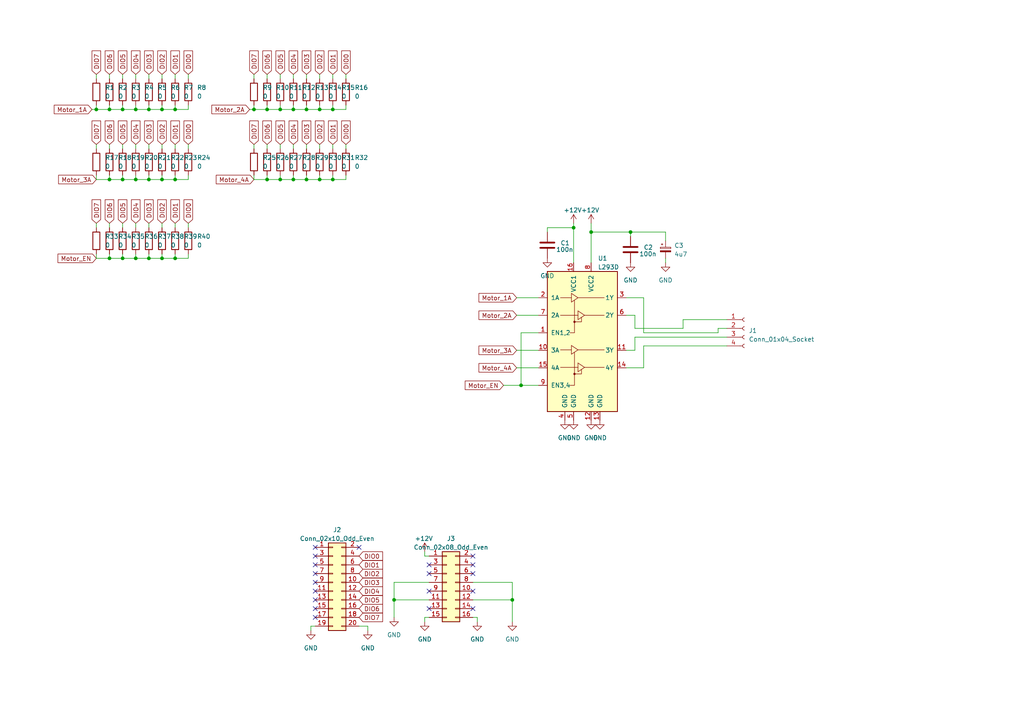
<source format=kicad_sch>
(kicad_sch (version 20231120) (generator "eeschema") (generator_version "8.0")
  (paper "A4")
  (lib_symbols
    (symbol "Connector:Conn_01x04_Socket" (pin_names (offset 1.016) hide)
      (property "Reference" "J" (at 0 5.08 0))
      (property "Value" "Conn_01x04_Socket" (at 0 -7.62 0))
      (symbol "Conn_01x04_Socket_1_1"
        (arc (start 0 -4.572) (mid -0.5058 -5.08) (end 0 -5.588) (stroke (width 0.1524)))
        (arc (start 0 -2.032) (mid -0.5058 -2.54) (end 0 -3.048) (stroke (width 0.1524)))
        (polyline (pts (xy -1.27 -5.08) (xy -0.508 -5.08)) (stroke (width 0.1524)))
        (polyline (pts (xy -1.27 -2.54) (xy -0.508 -2.54)) (stroke (width 0.1524)))
        (polyline (pts (xy -1.27 0) (xy -0.508 0)) (stroke (width 0.1524)))
        (polyline (pts (xy -1.27 2.54) (xy -0.508 2.54)) (stroke (width 0.1524)))
        (arc (start 0 0.508) (mid -0.5058 0) (end 0 -0.508) (stroke (width 0.1524)))
        (arc (start 0 3.048) (mid -0.5058 2.54) (end 0 2.032) (stroke (width 0.1524)))
        (pin passive line (at -5.08 2.54 0) (length 3.81) (name "Pin_1") (number "1"))
        (pin passive line (at -5.08 0 0) (length 3.81) (name "Pin_2") (number "2"))
        (pin passive line (at -5.08 -2.54 0) (length 3.81) (name "Pin_3") (number "3"))
        (pin passive line (at -5.08 -5.08 0) (length 3.81) (name "Pin_4") (number "4"))
      )
    )
    (symbol "Connector_Generic:Conn_02x08_Odd_Even" (pin_names (offset 1.016) hide)
      (property "Reference" "J" (at 1.27 10.16 0))
      (property "Value" "Conn_02x08_Odd_Even" (at 1.27 -12.7 0))
      (symbol "Conn_02x08_Odd_Even_1_1"
        (rectangle (start -1.27 -10.033) (end 0 -10.287) (stroke (width 0.1524)))
        (rectangle (start -1.27 -7.493) (end 0 -7.747) (stroke (width 0.1524)))
        (rectangle (start -1.27 -4.953) (end 0 -5.207) (stroke (width 0.1524)))
        (rectangle (start -1.27 -2.413) (end 0 -2.667) (stroke (width 0.1524)))
        (rectangle (start -1.27 0.127) (end 0 -0.127) (stroke (width 0.1524)))
        (rectangle (start -1.27 2.667) (end 0 2.413) (stroke (width 0.1524)))
        (rectangle (start -1.27 5.207) (end 0 4.953) (stroke (width 0.1524)))
        (rectangle (start -1.27 7.747) (end 0 7.493) (stroke (width 0.1524)))
        (rectangle (start -1.27 8.89) (end 3.81 -11.43) (stroke (width 0.254)) (fill (type background)))
        (rectangle (start 3.81 -10.033) (end 2.54 -10.287) (stroke (width 0.1524)))
        (rectangle (start 3.81 -7.493) (end 2.54 -7.747) (stroke (width 0.1524)))
        (rectangle (start 3.81 -4.953) (end 2.54 -5.207) (stroke (width 0.1524)))
        (rectangle (start 3.81 -2.413) (end 2.54 -2.667) (stroke (width 0.1524)))
        (rectangle (start 3.81 0.127) (end 2.54 -0.127) (stroke (width 0.1524)))
        (rectangle (start 3.81 2.667) (end 2.54 2.413) (stroke (width 0.1524)))
        (rectangle (start 3.81 5.207) (end 2.54 4.953) (stroke (width 0.1524)))
        (rectangle (start 3.81 7.747) (end 2.54 7.493) (stroke (width 0.1524)))
        (pin passive line (at -5.08 7.62 0) (length 3.81) (name "Pin_1") (number "1"))
        (pin passive line (at 7.62 -2.54 180) (length 3.81) (name "Pin_10") (number "10"))
        (pin passive line (at -5.08 -5.08 0) (length 3.81) (name "Pin_11") (number "11"))
        (pin passive line (at 7.62 -5.08 180) (length 3.81) (name "Pin_12") (number "12"))
        (pin passive line (at -5.08 -7.62 0) (length 3.81) (name "Pin_13") (number "13"))
        (pin passive line (at 7.62 -7.62 180) (length 3.81) (name "Pin_14") (number "14"))
        (pin passive line (at -5.08 -10.16 0) (length 3.81) (name "Pin_15") (number "15"))
        (pin passive line (at 7.62 -10.16 180) (length 3.81) (name "Pin_16") (number "16"))
        (pin passive line (at 7.62 7.62 180) (length 3.81) (name "Pin_2") (number "2"))
        (pin passive line (at -5.08 5.08 0) (length 3.81) (name "Pin_3") (number "3"))
        (pin passive line (at 7.62 5.08 180) (length 3.81) (name "Pin_4") (number "4"))
        (pin passive line (at -5.08 2.54 0) (length 3.81) (name "Pin_5") (number "5"))
        (pin passive line (at 7.62 2.54 180) (length 3.81) (name "Pin_6") (number "6"))
        (pin passive line (at -5.08 0 0) (length 3.81) (name "Pin_7") (number "7"))
        (pin passive line (at 7.62 0 180) (length 3.81) (name "Pin_8") (number "8"))
        (pin passive line (at -5.08 -2.54 0) (length 3.81) (name "Pin_9") (number "9"))
      )
    )
    (symbol "Connector_Generic:Conn_02x10_Odd_Even" (pin_names (offset 1.016) hide)
      (property "Reference" "J" (at 1.27 12.7 0))
      (property "Value" "Conn_02x10_Odd_Even" (at 1.27 -15.24 0))
      (symbol "Conn_02x10_Odd_Even_1_1"
        (rectangle (start -1.27 -12.573) (end 0 -12.827) (stroke (width 0.1524)))
        (rectangle (start -1.27 -10.033) (end 0 -10.287) (stroke (width 0.1524)))
        (rectangle (start -1.27 -7.493) (end 0 -7.747) (stroke (width 0.1524)))
        (rectangle (start -1.27 -4.953) (end 0 -5.207) (stroke (width 0.1524)))
        (rectangle (start -1.27 -2.413) (end 0 -2.667) (stroke (width 0.1524)))
        (rectangle (start -1.27 0.127) (end 0 -0.127) (stroke (width 0.1524)))
        (rectangle (start -1.27 2.667) (end 0 2.413) (stroke (width 0.1524)))
        (rectangle (start -1.27 5.207) (end 0 4.953) (stroke (width 0.1524)))
        (rectangle (start -1.27 7.747) (end 0 7.493) (stroke (width 0.1524)))
        (rectangle (start -1.27 10.287) (end 0 10.033) (stroke (width 0.1524)))
        (rectangle (start -1.27 11.43) (end 3.81 -13.97) (stroke (width 0.254)) (fill (type background)))
        (rectangle (start 3.81 -12.573) (end 2.54 -12.827) (stroke (width 0.1524)))
        (rectangle (start 3.81 -10.033) (end 2.54 -10.287) (stroke (width 0.1524)))
        (rectangle (start 3.81 -7.493) (end 2.54 -7.747) (stroke (width 0.1524)))
        (rectangle (start 3.81 -4.953) (end 2.54 -5.207) (stroke (width 0.1524)))
        (rectangle (start 3.81 -2.413) (end 2.54 -2.667) (stroke (width 0.1524)))
        (rectangle (start 3.81 0.127) (end 2.54 -0.127) (stroke (width 0.1524)))
        (rectangle (start 3.81 2.667) (end 2.54 2.413) (stroke (width 0.1524)))
        (rectangle (start 3.81 5.207) (end 2.54 4.953) (stroke (width 0.1524)))
        (rectangle (start 3.81 7.747) (end 2.54 7.493) (stroke (width 0.1524)))
        (rectangle (start 3.81 10.287) (end 2.54 10.033) (stroke (width 0.1524)))
        (pin passive line (at -5.08 10.16 0) (length 3.81) (name "Pin_1") (number "1"))
        (pin passive line (at 7.62 0 180) (length 3.81) (name "Pin_10") (number "10"))
        (pin passive line (at -5.08 -2.54 0) (length 3.81) (name "Pin_11") (number "11"))
        (pin passive line (at 7.62 -2.54 180) (length 3.81) (name "Pin_12") (number "12"))
        (pin passive line (at -5.08 -5.08 0) (length 3.81) (name "Pin_13") (number "13"))
        (pin passive line (at 7.62 -5.08 180) (length 3.81) (name "Pin_14") (number "14"))
        (pin passive line (at -5.08 -7.62 0) (length 3.81) (name "Pin_15") (number "15"))
        (pin passive line (at 7.62 -7.62 180) (length 3.81) (name "Pin_16") (number "16"))
        (pin passive line (at -5.08 -10.16 0) (length 3.81) (name "Pin_17") (number "17"))
        (pin passive line (at 7.62 -10.16 180) (length 3.81) (name "Pin_18") (number "18"))
        (pin passive line (at -5.08 -12.7 0) (length 3.81) (name "Pin_19") (number "19"))
        (pin passive line (at 7.62 10.16 180) (length 3.81) (name "Pin_2") (number "2"))
        (pin passive line (at 7.62 -12.7 180) (length 3.81) (name "Pin_20") (number "20"))
        (pin passive line (at -5.08 7.62 0) (length 3.81) (name "Pin_3") (number "3"))
        (pin passive line (at 7.62 7.62 180) (length 3.81) (name "Pin_4") (number "4"))
        (pin passive line (at -5.08 5.08 0) (length 3.81) (name "Pin_5") (number "5"))
        (pin passive line (at 7.62 5.08 180) (length 3.81) (name "Pin_6") (number "6"))
        (pin passive line (at -5.08 2.54 0) (length 3.81) (name "Pin_7") (number "7"))
        (pin passive line (at 7.62 2.54 180) (length 3.81) (name "Pin_8") (number "8"))
        (pin passive line (at -5.08 0 0) (length 3.81) (name "Pin_9") (number "9"))
      )
    )
    (symbol "Device:C" (pin_numbers hide) (pin_names (offset 0.254))
      (property "Reference" "C" (at 0.635 2.54 0))
      (property "Value" "C" (at 0.635 -2.54 0))
      (symbol "C_0_1"
        (polyline (pts (xy -2.032 -0.762) (xy 2.032 -0.762)) (stroke (width 0.508)))
        (polyline (pts (xy -2.032 0.762) (xy 2.032 0.762)) (stroke (width 0.508)))
      )
      (symbol "C_1_1"
        (pin passive line (at 0 3.81 270) (length 2.794) (name "~") (number "1"))
        (pin passive line (at 0 -3.81 90) (length 2.794) (name "~") (number "2"))
      )
    )
    (symbol "Device:C_Polarized_Small" (pin_numbers hide) (pin_names (offset 0.254) hide)
      (property "Reference" "C" (at 0.254 1.778 0))
      (property "Value" "C_Polarized_Small" (at 0.254 -2.032 0))
      (symbol "C_Polarized_Small_0_1"
        (rectangle (start -1.524 -0.3048) (end 1.524 -0.6858) (fill (type outline)))
        (rectangle (start -1.524 0.6858) (end 1.524 0.3048))
        (polyline (pts (xy -1.27 1.524) (xy -0.762 1.524)))
        (polyline (pts (xy -1.016 1.27) (xy -1.016 1.778)))
      )
      (symbol "C_Polarized_Small_1_1"
        (pin passive line (at 0 2.54 270) (length 1.8542) (name "~") (number "1"))
        (pin passive line (at 0 -2.54 90) (length 1.8542) (name "~") (number "2"))
      )
    )
    (symbol "Device:R" (pin_numbers hide) (pin_names (offset 0))
      (property "Reference" "R" (at 2.032 0 90))
      (property "Value" "R" (at 0 0 90))
      (symbol "R_0_1"
        (rectangle (start -1.016 -2.54) (end 1.016 2.54) (stroke (width 0.254)))
      )
      (symbol "R_1_1"
        (pin passive line (at 0 3.81 270) (length 1.27) (name "~") (number "1"))
        (pin passive line (at 0 -3.81 90) (length 1.27) (name "~") (number "2"))
      )
    )
    (symbol "Driver_Motor:L293D" (pin_names (offset 1.016))
      (property "Reference" "U" (at -5.08 26.035 0))
      (property "Value" "L293D" (at -5.08 24.13 0))
      (symbol "L293D_0_1"
        (rectangle (start -10.16 22.86) (end 10.16 -17.78) (stroke (width 0.254)) (fill (type background)))
        (circle (center -2.286 -6.858) (radius 0.254) (fill (type outline)))
        (circle (center -2.286 8.255) (radius 0.254) (fill (type outline)))
        (polyline (pts (xy -6.35 -4.953) (xy -1.27 -4.953)))
        (polyline (pts (xy -6.35 0.127) (xy -3.175 0.127)))
        (polyline (pts (xy -6.35 10.16) (xy -1.27 10.16)))
        (polyline (pts (xy -6.35 15.24) (xy -3.175 15.24)))
        (polyline (pts (xy -1.27 0.127) (xy 6.35 0.127)))
        (polyline (pts (xy -1.27 15.24) (xy 6.35 15.24)))
        (polyline (pts (xy 0.635 -4.953) (xy 6.35 -4.953)))
        (polyline (pts (xy 0.635 10.16) (xy 6.35 10.16)))
        (polyline (pts (xy -2.286 -6.858) (xy -0.254 -6.858) (xy -0.254 -5.588)))
        (polyline (pts (xy -2.286 -0.635) (xy -2.286 -10.16) (xy -3.556 -10.16)))
        (polyline (pts (xy -2.286 8.255) (xy -0.254 8.255) (xy -0.254 9.525)))
        (polyline (pts (xy -2.286 14.478) (xy -2.286 5.08) (xy -3.556 5.08)))
        (polyline (pts (xy -3.175 1.397) (xy -3.175 -1.143) (xy -1.27 0.127) (xy -3.175 1.397)))
        (polyline (pts (xy -3.175 16.51) (xy -3.175 13.97) (xy -1.27 15.24) (xy -3.175 16.51)))
        (polyline (pts (xy -1.27 -3.683) (xy -1.27 -6.223) (xy 0.635 -4.953) (xy -1.27 -3.683)))
        (polyline (pts (xy -1.27 11.43) (xy -1.27 8.89) (xy 0.635 10.16) (xy -1.27 11.43)))
      )
      (symbol "L293D_1_1"
        (pin input line (at -12.7 5.08 0) (length 2.54) (name "EN1,2") (number "1"))
        (pin input line (at -12.7 0 0) (length 2.54) (name "3A") (number "10"))
        (pin output line (at 12.7 0 180) (length 2.54) (name "3Y") (number "11"))
        (pin power_in line (at 2.54 -20.32 90) (length 2.54) (name "GND") (number "12"))
        (pin power_in line (at 5.08 -20.32 90) (length 2.54) (name "GND") (number "13"))
        (pin output line (at 12.7 -5.08 180) (length 2.54) (name "4Y") (number "14"))
        (pin input line (at -12.7 -5.08 0) (length 2.54) (name "4A") (number "15"))
        (pin power_in line (at -2.54 25.4 270) (length 2.54) (name "VCC1") (number "16"))
        (pin input line (at -12.7 15.24 0) (length 2.54) (name "1A") (number "2"))
        (pin output line (at 12.7 15.24 180) (length 2.54) (name "1Y") (number "3"))
        (pin power_in line (at -5.08 -20.32 90) (length 2.54) (name "GND") (number "4"))
        (pin power_in line (at -2.54 -20.32 90) (length 2.54) (name "GND") (number "5"))
        (pin output line (at 12.7 10.16 180) (length 2.54) (name "2Y") (number "6"))
        (pin input line (at -12.7 10.16 0) (length 2.54) (name "2A") (number "7"))
        (pin power_in line (at 2.54 25.4 270) (length 2.54) (name "VCC2") (number "8"))
        (pin input line (at -12.7 -10.16 0) (length 2.54) (name "EN3,4") (number "9"))
      )
    )
    (symbol "power:+15V" (power) (pin_names (offset 0))
      (property "Value" "+15V" (at 0 3.556 0))
      (symbol "+15V_0_1"
        (polyline (pts (xy -0.762 1.27) (xy 0 2.54)))
        (polyline (pts (xy 0 0) (xy 0 2.54)))
        (polyline (pts (xy 0 2.54) (xy 0.762 1.27)))
      )
      (symbol "+15V_1_1"
        (pin power_in line (at 0 0 90) (length 0) hide (name "+15V") (number "1"))
      )
    )
    (symbol "power:GND" (power) (pin_names (offset 0))
      (property "Value" "GND" (at 0 -3.81 0))
      (symbol "GND_0_1"
        (polyline (pts (xy 0 0) (xy 0 -1.27) (xy 1.27 -1.27) (xy 0 -2.54) (xy -1.27 -1.27) (xy 0 -1.27)))
      )
      (symbol "GND_1_1"
        (pin power_in line (at 0 0 270) (length 0) hide (name "GND") (number "1"))
      )
    )
  )
  (junction (at 39.37 52.07))
  (junction (at 31.75 74.93))
  (junction (at 46.99 31.75))
  (junction (at 43.18 52.07))
  (junction (at 35.56 74.93))
  (junction (at 35.56 31.75))
  (junction (at 85.09 52.07))
  (junction (at 77.47 52.07))
  (junction (at 27.94 31.75))
  (junction (at 171.45 67.31))
  (junction (at 50.8 52.07))
  (junction (at 43.18 74.93))
  (junction (at 166.37 66.04))
  (junction (at 88.9 52.07))
  (junction (at 50.8 31.75))
  (junction (at 31.75 52.07))
  (junction (at 39.37 31.75))
  (junction (at 96.52 31.75))
  (junction (at 85.09 31.75))
  (junction (at 81.28 31.75))
  (junction (at 31.75 31.75))
  (junction (at 73.66 31.75))
  (junction (at 46.99 52.07))
  (junction (at 114.3 173.99))
  (junction (at 43.18 31.75))
  (junction (at 50.8 74.93))
  (junction (at 39.37 74.93))
  (junction (at 92.71 52.07))
  (junction (at 96.52 52.07))
  (junction (at 92.71 31.75))
  (junction (at 88.9 31.75))
  (junction (at 77.47 31.75))
  (junction (at 148.59 173.99))
  (junction (at 35.56 52.07))
  (junction (at 151.13 111.76))
  (junction (at 182.88 67.31))
  (junction (at 81.28 52.07))
  (junction (at 46.99 74.93))
  (no_connect (at 137.16 171.45))
  (no_connect (at 124.46 176.53))
  (no_connect (at 137.16 166.37))
  (no_connect (at 91.44 166.37))
  (no_connect (at 91.44 161.29))
  (no_connect (at 104.14 158.75))
  (no_connect (at 91.44 163.83))
  (no_connect (at 91.44 179.07))
  (no_connect (at 137.16 176.53))
  (no_connect (at 137.16 163.83))
  (no_connect (at 91.44 158.75))
  (no_connect (at 124.46 166.37))
  (no_connect (at 124.46 163.83))
  (no_connect (at 91.44 171.45))
  (no_connect (at 91.44 168.91))
  (no_connect (at 124.46 171.45))
  (no_connect (at 91.44 173.99))
  (no_connect (at 137.16 161.29))
  (no_connect (at 91.44 176.53))
  (wire (pts (xy 123.19 160.02) (xy 123.19 161.29)))
  (wire (pts (xy 137.16 168.91) (xy 148.59 168.91)))
  (wire (pts (xy 181.61 86.36) (xy 186.69 86.36)))
  (wire (pts (xy 100.33 41.91) (xy 100.33 43.18)))
  (wire (pts (xy 31.75 52.07) (xy 27.94 52.07)))
  (wire (pts (xy 92.71 30.48) (xy 92.71 31.75)))
  (wire (pts (xy 50.8 74.93) (xy 46.99 74.93)))
  (wire (pts (xy 156.21 96.52) (xy 151.13 96.52)))
  (wire (pts (xy 77.47 21.59) (xy 77.47 22.86)))
  (wire (pts (xy 46.99 41.91) (xy 46.99 43.18)))
  (wire (pts (xy 81.28 31.75) (xy 77.47 31.75)))
  (wire (pts (xy 46.99 52.07) (xy 43.18 52.07)))
  (wire (pts (xy 124.46 168.91) (xy 114.3 168.91)))
  (wire (pts (xy 149.86 106.68) (xy 156.21 106.68)))
  (wire (pts (xy 54.61 50.8) (xy 54.61 52.07)))
  (wire (pts (xy 31.75 74.93) (xy 27.94 74.93)))
  (wire (pts (xy 54.61 30.48) (xy 54.61 31.75)))
  (wire (pts (xy 149.86 86.36) (xy 156.21 86.36)))
  (wire (pts (xy 88.9 30.48) (xy 88.9 31.75)))
  (wire (pts (xy 35.56 73.66) (xy 35.56 74.93)))
  (wire (pts (xy 72.39 31.75) (xy 73.66 31.75)))
  (wire (pts (xy 43.18 21.59) (xy 43.18 22.86)))
  (wire (pts (xy 100.33 52.07) (xy 96.52 52.07)))
  (wire (pts (xy 181.61 91.44) (xy 184.15 91.44)))
  (wire (pts (xy 184.15 97.79) (xy 184.15 101.6)))
  (wire (pts (xy 92.71 41.91) (xy 92.71 43.18)))
  (wire (pts (xy 96.52 21.59) (xy 96.52 22.86)))
  (wire (pts (xy 85.09 50.8) (xy 85.09 52.07)))
  (wire (pts (xy 39.37 73.66) (xy 39.37 74.93)))
  (wire (pts (xy 85.09 52.07) (xy 88.9 52.07)))
  (wire (pts (xy 35.56 31.75) (xy 31.75 31.75)))
  (wire (pts (xy 171.45 67.31) (xy 182.88 67.31)))
  (wire (pts (xy 96.52 52.07) (xy 92.71 52.07)))
  (wire (pts (xy 81.28 21.59) (xy 81.28 22.86)))
  (wire (pts (xy 54.61 52.07) (xy 50.8 52.07)))
  (wire (pts (xy 210.82 97.79) (xy 184.15 97.79)))
  (wire (pts (xy 31.75 73.66) (xy 31.75 74.93)))
  (wire (pts (xy 31.75 30.48) (xy 31.75 31.75)))
  (wire (pts (xy 182.88 68.58) (xy 182.88 67.31)))
  (wire (pts (xy 138.43 179.07) (xy 138.43 180.34)))
  (wire (pts (xy 73.66 52.07) (xy 73.66 50.8)))
  (wire (pts (xy 77.47 30.48) (xy 77.47 31.75)))
  (wire (pts (xy 137.16 173.99) (xy 148.59 173.99)))
  (wire (pts (xy 54.61 73.66) (xy 54.61 74.93)))
  (wire (pts (xy 184.15 95.25) (xy 198.12 95.25)))
  (wire (pts (xy 171.45 64.77) (xy 171.45 67.31)))
  (wire (pts (xy 96.52 41.91) (xy 96.52 43.18)))
  (wire (pts (xy 181.61 106.68) (xy 186.69 106.68)))
  (wire (pts (xy 198.12 95.25) (xy 198.12 92.71)))
  (wire (pts (xy 186.69 96.52) (xy 208.28 96.52)))
  (wire (pts (xy 46.99 74.93) (xy 43.18 74.93)))
  (wire (pts (xy 46.99 73.66) (xy 46.99 74.93)))
  (wire (pts (xy 50.8 41.91) (xy 50.8 43.18)))
  (wire (pts (xy 43.18 73.66) (xy 43.18 74.93)))
  (wire (pts (xy 81.28 41.91) (xy 81.28 43.18)))
  (wire (pts (xy 43.18 30.48) (xy 43.18 31.75)))
  (wire (pts (xy 92.71 21.59) (xy 92.71 22.86)))
  (wire (pts (xy 88.9 21.59) (xy 88.9 22.86)))
  (wire (pts (xy 27.94 64.77) (xy 27.94 66.04)))
  (wire (pts (xy 149.86 101.6) (xy 156.21 101.6)))
  (wire (pts (xy 27.94 31.75) (xy 27.94 30.48)))
  (wire (pts (xy 106.68 182.88) (xy 106.68 181.61)))
  (wire (pts (xy 46.99 64.77) (xy 46.99 66.04)))
  (wire (pts (xy 100.33 30.48) (xy 100.33 31.75)))
  (wire (pts (xy 90.17 181.61) (xy 91.44 181.61)))
  (wire (pts (xy 149.86 91.44) (xy 156.21 91.44)))
  (wire (pts (xy 46.99 50.8) (xy 46.99 52.07)))
  (wire (pts (xy 96.52 31.75) (xy 92.71 31.75)))
  (wire (pts (xy 35.56 64.77) (xy 35.56 66.04)))
  (wire (pts (xy 88.9 50.8) (xy 88.9 52.07)))
  (wire (pts (xy 92.71 50.8) (xy 92.71 52.07)))
  (wire (pts (xy 148.59 168.91) (xy 148.59 173.99)))
  (wire (pts (xy 96.52 30.48) (xy 96.52 31.75)))
  (wire (pts (xy 148.59 180.34) (xy 148.59 173.99)))
  (wire (pts (xy 50.8 50.8) (xy 50.8 52.07)))
  (wire (pts (xy 50.8 52.07) (xy 46.99 52.07)))
  (wire (pts (xy 77.47 52.07) (xy 73.66 52.07)))
  (wire (pts (xy 114.3 173.99) (xy 124.46 173.99)))
  (wire (pts (xy 39.37 52.07) (xy 35.56 52.07)))
  (wire (pts (xy 54.61 31.75) (xy 50.8 31.75)))
  (wire (pts (xy 50.8 21.59) (xy 50.8 22.86)))
  (wire (pts (xy 85.09 41.91) (xy 85.09 43.18)))
  (wire (pts (xy 81.28 52.07) (xy 77.47 52.07)))
  (wire (pts (xy 114.3 173.99) (xy 114.3 179.07)))
  (wire (pts (xy 104.14 181.61) (xy 106.68 181.61)))
  (wire (pts (xy 193.04 76.2) (xy 193.04 74.93)))
  (wire (pts (xy 92.71 31.75) (xy 88.9 31.75)))
  (wire (pts (xy 73.66 41.91) (xy 73.66 43.18)))
  (wire (pts (xy 39.37 52.07) (xy 43.18 52.07)))
  (wire (pts (xy 114.3 168.91) (xy 114.3 173.99)))
  (wire (pts (xy 90.17 182.88) (xy 90.17 181.61)))
  (wire (pts (xy 43.18 50.8) (xy 43.18 52.07)))
  (wire (pts (xy 54.61 64.77) (xy 54.61 66.04)))
  (wire (pts (xy 27.94 21.59) (xy 27.94 22.86)))
  (wire (pts (xy 193.04 69.85) (xy 193.04 67.31)))
  (wire (pts (xy 39.37 74.93) (xy 43.18 74.93)))
  (wire (pts (xy 54.61 41.91) (xy 54.61 43.18)))
  (wire (pts (xy 151.13 111.76) (xy 156.21 111.76)))
  (wire (pts (xy 100.33 21.59) (xy 100.33 22.86)))
  (wire (pts (xy 100.33 31.75) (xy 96.52 31.75)))
  (wire (pts (xy 208.28 95.25) (xy 210.82 95.25)))
  (wire (pts (xy 31.75 31.75) (xy 27.94 31.75)))
  (wire (pts (xy 31.75 64.77) (xy 31.75 66.04)))
  (wire (pts (xy 146.05 111.76) (xy 151.13 111.76)))
  (wire (pts (xy 35.56 52.07) (xy 31.75 52.07)))
  (wire (pts (xy 26.67 31.75) (xy 27.94 31.75)))
  (wire (pts (xy 27.94 74.93) (xy 27.94 73.66)))
  (wire (pts (xy 181.61 101.6) (xy 184.15 101.6)))
  (wire (pts (xy 35.56 41.91) (xy 35.56 43.18)))
  (wire (pts (xy 151.13 96.52) (xy 151.13 111.76)))
  (wire (pts (xy 92.71 52.07) (xy 88.9 52.07)))
  (wire (pts (xy 31.75 21.59) (xy 31.75 22.86)))
  (wire (pts (xy 137.16 179.07) (xy 138.43 179.07)))
  (wire (pts (xy 166.37 66.04) (xy 166.37 76.2)))
  (wire (pts (xy 39.37 41.91) (xy 39.37 43.18)))
  (wire (pts (xy 46.99 21.59) (xy 46.99 22.86)))
  (wire (pts (xy 39.37 30.48) (xy 39.37 31.75)))
  (wire (pts (xy 46.99 30.48) (xy 46.99 31.75)))
  (wire (pts (xy 85.09 30.48) (xy 85.09 31.75)))
  (wire (pts (xy 39.37 31.75) (xy 35.56 31.75)))
  (wire (pts (xy 54.61 74.93) (xy 50.8 74.93)))
  (wire (pts (xy 88.9 41.91) (xy 88.9 43.18)))
  (wire (pts (xy 171.45 67.31) (xy 171.45 76.2)))
  (wire (pts (xy 85.09 31.75) (xy 81.28 31.75)))
  (wire (pts (xy 35.56 30.48) (xy 35.56 31.75)))
  (wire (pts (xy 186.69 100.33) (xy 210.82 100.33)))
  (wire (pts (xy 193.04 67.31) (xy 182.88 67.31)))
  (wire (pts (xy 77.47 41.91) (xy 77.47 43.18)))
  (wire (pts (xy 31.75 41.91) (xy 31.75 43.18)))
  (wire (pts (xy 39.37 21.59) (xy 39.37 22.86)))
  (wire (pts (xy 73.66 21.59) (xy 73.66 22.86)))
  (wire (pts (xy 39.37 31.75) (xy 43.18 31.75)))
  (wire (pts (xy 85.09 21.59) (xy 85.09 22.86)))
  (wire (pts (xy 54.61 21.59) (xy 54.61 22.86)))
  (wire (pts (xy 50.8 73.66) (xy 50.8 74.93)))
  (wire (pts (xy 100.33 50.8) (xy 100.33 52.07)))
  (wire (pts (xy 35.56 21.59) (xy 35.56 22.86)))
  (wire (pts (xy 50.8 31.75) (xy 46.99 31.75)))
  (wire (pts (xy 50.8 30.48) (xy 50.8 31.75)))
  (wire (pts (xy 123.19 179.07) (xy 123.19 180.34)))
  (wire (pts (xy 50.8 64.77) (xy 50.8 66.04)))
  (wire (pts (xy 184.15 91.44) (xy 184.15 95.25)))
  (wire (pts (xy 158.75 67.31) (xy 158.75 66.04)))
  (wire (pts (xy 27.94 52.07) (xy 27.94 50.8)))
  (wire (pts (xy 198.12 92.71) (xy 210.82 92.71)))
  (wire (pts (xy 81.28 50.8) (xy 81.28 52.07)))
  (wire (pts (xy 77.47 50.8) (xy 77.47 52.07)))
  (wire (pts (xy 39.37 64.77) (xy 39.37 66.04)))
  (wire (pts (xy 39.37 74.93) (xy 35.56 74.93)))
  (wire (pts (xy 77.47 31.75) (xy 73.66 31.75)))
  (wire (pts (xy 35.56 74.93) (xy 31.75 74.93)))
  (wire (pts (xy 43.18 64.77) (xy 43.18 66.04)))
  (wire (pts (xy 81.28 30.48) (xy 81.28 31.75)))
  (wire (pts (xy 73.66 31.75) (xy 73.66 30.48)))
  (wire (pts (xy 27.94 41.91) (xy 27.94 43.18)))
  (wire (pts (xy 31.75 50.8) (xy 31.75 52.07)))
  (wire (pts (xy 43.18 41.91) (xy 43.18 43.18)))
  (wire (pts (xy 123.19 161.29) (xy 124.46 161.29)))
  (wire (pts (xy 158.75 66.04) (xy 166.37 66.04)))
  (wire (pts (xy 208.28 96.52) (xy 208.28 95.25)))
  (wire (pts (xy 46.99 31.75) (xy 43.18 31.75)))
  (wire (pts (xy 39.37 50.8) (xy 39.37 52.07)))
  (wire (pts (xy 186.69 86.36) (xy 186.69 96.52)))
  (wire (pts (xy 35.56 50.8) (xy 35.56 52.07)))
  (wire (pts (xy 96.52 50.8) (xy 96.52 52.07)))
  (wire (pts (xy 124.46 179.07) (xy 123.19 179.07)))
  (wire (pts (xy 166.37 64.77) (xy 166.37 66.04)))
  (wire (pts (xy 85.09 52.07) (xy 81.28 52.07)))
  (wire (pts (xy 85.09 31.75) (xy 88.9 31.75)))
  (wire (pts (xy 186.69 106.68) (xy 186.69 100.33)))
  (global_label "DIO4" (shape input) (at 39.37 21.59 90) (property "Intersheetrefs" "${INTERSHEET_REFS}" (effects (hide yes))))
  (global_label "DIO5" (shape input) (at 35.56 64.77 90) (property "Intersheetrefs" "${INTERSHEET_REFS}" (effects (hide yes))))
  (global_label "Motor_EN" (shape input) (at 146.05 111.76 180) (property "Intersheetrefs" "${INTERSHEET_REFS}" (effects (hide yes))))
  (global_label "DIO0" (shape input) (at 54.61 21.59 90) (property "Intersheetrefs" "${INTERSHEET_REFS}" (effects (hide yes))))
  (global_label "DIO0" (shape input) (at 54.61 41.91 90) (property "Intersheetrefs" "${INTERSHEET_REFS}" (effects (hide yes))))
  (global_label "DIO1" (shape input) (at 96.52 41.91 90) (property "Intersheetrefs" "${INTERSHEET_REFS}" (effects (hide yes))))
  (global_label "DIO7" (shape input) (at 27.94 41.91 90) (property "Intersheetrefs" "${INTERSHEET_REFS}" (effects (hide yes))))
  (global_label "DIO2" (shape input) (at 46.99 64.77 90) (property "Intersheetrefs" "${INTERSHEET_REFS}" (effects (hide yes))))
  (global_label "DIO1" (shape input) (at 96.52 21.59 90) (property "Intersheetrefs" "${INTERSHEET_REFS}" (effects (hide yes))))
  (global_label "DIO4" (shape input) (at 39.37 64.77 90) (property "Intersheetrefs" "${INTERSHEET_REFS}" (effects (hide yes))))
  (global_label "DIO2" (shape input) (at 46.99 21.59 90) (property "Intersheetrefs" "${INTERSHEET_REFS}" (effects (hide yes))))
  (global_label "DIO7" (shape input) (at 73.66 41.91 90) (property "Intersheetrefs" "${INTERSHEET_REFS}" (effects (hide yes))))
  (global_label "Motor_2A" (shape input) (at 72.39 31.75 180) (property "Intersheetrefs" "${INTERSHEET_REFS}" (effects (hide yes))))
  (global_label "DIO5" (shape input) (at 35.56 41.91 90) (property "Intersheetrefs" "${INTERSHEET_REFS}" (effects (hide yes))))
  (global_label "Motor_4A" (shape input) (at 149.86 106.68 180) (property "Intersheetrefs" "${INTERSHEET_REFS}" (effects (hide yes))))
  (global_label "DIO6" (shape input) (at 104.14 176.53 0) (property "Intersheetrefs" "${INTERSHEET_REFS}" (effects (hide yes))))
  (global_label "DIO7" (shape input) (at 27.94 21.59 90) (property "Intersheetrefs" "${INTERSHEET_REFS}" (effects (hide yes))))
  (global_label "DIO0" (shape input) (at 100.33 41.91 90) (property "Intersheetrefs" "${INTERSHEET_REFS}" (effects (hide yes))))
  (global_label "DIO2" (shape input) (at 46.99 41.91 90) (property "Intersheetrefs" "${INTERSHEET_REFS}" (effects (hide yes))))
  (global_label "DIO0" (shape input) (at 54.61 64.77 90) (property "Intersheetrefs" "${INTERSHEET_REFS}" (effects (hide yes))))
  (global_label "DIO4" (shape input) (at 39.37 41.91 90) (property "Intersheetrefs" "${INTERSHEET_REFS}" (effects (hide yes))))
  (global_label "Motor_2A" (shape input) (at 149.86 91.44 180) (property "Intersheetrefs" "${INTERSHEET_REFS}" (effects (hide yes))))
  (global_label "Motor_3A" (shape input) (at 149.86 101.6 180) (property "Intersheetrefs" "${INTERSHEET_REFS}" (effects (hide yes))))
  (global_label "DIO6" (shape input) (at 31.75 64.77 90) (property "Intersheetrefs" "${INTERSHEET_REFS}" (effects (hide yes))))
  (global_label "DIO6" (shape input) (at 77.47 21.59 90) (property "Intersheetrefs" "${INTERSHEET_REFS}" (effects (hide yes))))
  (global_label "DIO3" (shape input) (at 88.9 21.59 90) (property "Intersheetrefs" "${INTERSHEET_REFS}" (effects (hide yes))))
  (global_label "DIO3" (shape input) (at 104.14 168.91 0) (property "Intersheetrefs" "${INTERSHEET_REFS}" (effects (hide yes))))
  (global_label "Motor_1A" (shape input) (at 149.86 86.36 180) (property "Intersheetrefs" "${INTERSHEET_REFS}" (effects (hide yes))))
  (global_label "DIO1" (shape input) (at 50.8 64.77 90) (property "Intersheetrefs" "${INTERSHEET_REFS}" (effects (hide yes))))
  (global_label "DIO1" (shape input) (at 104.14 163.83 0) (property "Intersheetrefs" "${INTERSHEET_REFS}" (effects (hide yes))))
  (global_label "DIO7" (shape input) (at 73.66 21.59 90) (property "Intersheetrefs" "${INTERSHEET_REFS}" (effects (hide yes))))
  (global_label "DIO1" (shape input) (at 50.8 21.59 90) (property "Intersheetrefs" "${INTERSHEET_REFS}" (effects (hide yes))))
  (global_label "DIO3" (shape input) (at 43.18 41.91 90) (property "Intersheetrefs" "${INTERSHEET_REFS}" (effects (hide yes))))
  (global_label "DIO5" (shape input) (at 35.56 21.59 90) (property "Intersheetrefs" "${INTERSHEET_REFS}" (effects (hide yes))))
  (global_label "DIO3" (shape input) (at 43.18 64.77 90) (property "Intersheetrefs" "${INTERSHEET_REFS}" (effects (hide yes))))
  (global_label "DIO2" (shape input) (at 92.71 21.59 90) (property "Intersheetrefs" "${INTERSHEET_REFS}" (effects (hide yes))))
  (global_label "DIO6" (shape input) (at 31.75 21.59 90) (property "Intersheetrefs" "${INTERSHEET_REFS}" (effects (hide yes))))
  (global_label "DIO4" (shape input) (at 85.09 41.91 90) (property "Intersheetrefs" "${INTERSHEET_REFS}" (effects (hide yes))))
  (global_label "DIO2" (shape input) (at 92.71 41.91 90) (property "Intersheetrefs" "${INTERSHEET_REFS}" (effects (hide yes))))
  (global_label "DIO0" (shape input) (at 104.14 161.29 0) (property "Intersheetrefs" "${INTERSHEET_REFS}" (effects (hide yes))))
  (global_label "DIO4" (shape input) (at 104.14 171.45 0) (property "Intersheetrefs" "${INTERSHEET_REFS}" (effects (hide yes))))
  (global_label "Motor_1A" (shape input) (at 26.67 31.75 180) (property "Intersheetrefs" "${INTERSHEET_REFS}" (effects (hide yes))))
  (global_label "DIO1" (shape input) (at 50.8 41.91 90) (property "Intersheetrefs" "${INTERSHEET_REFS}" (effects (hide yes))))
  (global_label "DIO5" (shape input) (at 81.28 41.91 90) (property "Intersheetrefs" "${INTERSHEET_REFS}" (effects (hide yes))))
  (global_label "DIO3" (shape input) (at 43.18 21.59 90) (property "Intersheetrefs" "${INTERSHEET_REFS}" (effects (hide yes))))
  (global_label "DIO7" (shape input) (at 104.14 179.07 0) (property "Intersheetrefs" "${INTERSHEET_REFS}" (effects (hide yes))))
  (global_label "DIO6" (shape input) (at 77.47 41.91 90) (property "Intersheetrefs" "${INTERSHEET_REFS}" (effects (hide yes))))
  (global_label "Motor_4A" (shape input) (at 73.66 52.07 180) (property "Intersheetrefs" "${INTERSHEET_REFS}" (effects (hide yes))))
  (global_label "DIO6" (shape input) (at 31.75 41.91 90) (property "Intersheetrefs" "${INTERSHEET_REFS}" (effects (hide yes))))
  (global_label "Motor_3A" (shape input) (at 27.94 52.07 180) (property "Intersheetrefs" "${INTERSHEET_REFS}" (effects (hide yes))))
  (global_label "DIO5" (shape input) (at 81.28 21.59 90) (property "Intersheetrefs" "${INTERSHEET_REFS}" (effects (hide yes))))
  (global_label "Motor_EN" (shape input) (at 27.94 74.93 180) (property "Intersheetrefs" "${INTERSHEET_REFS}" (effects (hide yes))))
  (global_label "DIO7" (shape input) (at 27.94 64.77 90) (property "Intersheetrefs" "${INTERSHEET_REFS}" (effects (hide yes))))
  (global_label "DIO0" (shape input) (at 100.33 21.59 90) (property "Intersheetrefs" "${INTERSHEET_REFS}" (effects (hide yes))))
  (global_label "DIO4" (shape input) (at 85.09 21.59 90) (property "Intersheetrefs" "${INTERSHEET_REFS}" (effects (hide yes))))
  (global_label "DIO2" (shape input) (at 104.14 166.37 0) (property "Intersheetrefs" "${INTERSHEET_REFS}" (effects (hide yes))))
  (global_label "DIO5" (shape input) (at 104.14 173.99 0) (property "Intersheetrefs" "${INTERSHEET_REFS}" (effects (hide yes))))
  (global_label "DIO3" (shape input) (at 88.9 41.91 90) (property "Intersheetrefs" "${INTERSHEET_REFS}" (effects (hide yes))))
  (symbol (lib_id "Device:R") (at 54.61 46.99 0) (unit 1)
    (property "Reference" "R24" (at 57.15 45.7199 0) (effects (justify left)))
    (property "Value" "0" (at 57.15 48.2599 0) (effects (justify left)))
    (property "Footprint" "Resistor_SMD:R_0402_1005Metric" (effects (hide yes)))
    (property "Description" "Resistor" (effects (hide yes)))
  )
  (symbol (lib_id "Device:R") (at 73.66 46.99 0) (unit 1)
    (property "Reference" "R25" (at 76.2 45.7199 0) (effects (justify left)))
    (property "Value" "0" (at 76.2 48.2599 0) (effects (justify left)))
    (property "Footprint" "Resistor_SMD:R_0402_1005Metric" (effects (hide yes)))
    (property "Description" "Resistor" (effects (hide yes)))
  )
  (symbol (lib_id "Device:R") (at 46.99 26.67 0) (unit 1)
    (property "Reference" "R6" (at 49.53 25.3999 0) (effects (justify left)))
    (property "Value" "0" (at 49.53 27.9399 0) (effects (justify left)))
    (property "Footprint" "Resistor_SMD:R_0402_1005Metric" (effects (hide yes)))
    (property "Description" "Resistor" (effects (hide yes)))
  )
  (symbol (lib_id "Device:R") (at 50.8 69.85 0) (unit 1)
    (property "Reference" "R39" (at 53.34 68.5799 0) (effects (justify left)))
    (property "Value" "0" (at 53.34 71.1199 0) (effects (justify left)))
    (property "Footprint" "Resistor_SMD:R_0402_1005Metric" (effects (hide yes)))
    (property "Description" "Resistor" (effects (hide yes)))
  )
  (symbol (lib_id "power:GND") (at 123.19 180.34 0) (mirror y) (unit 1)
    (property "Reference" "#PWR013" (effects (hide yes)))
    (property "Value" "GND" (at 123.19 185.42 0))
  )
  (symbol (lib_id "power:GND") (at 106.68 182.88 0) (mirror y) (unit 1)
    (property "Reference" "#PWR09" (effects (hide yes)))
    (property "Value" "GND" (at 106.68 187.96 0))
  )
  (symbol (lib_id "Device:R") (at 43.18 69.85 0) (unit 1)
    (property "Reference" "R37" (at 45.72 68.5799 0) (effects (justify left)))
    (property "Value" "0" (at 45.72 71.1199 0) (effects (justify left)))
    (property "Footprint" "Resistor_SMD:R_0402_1005Metric" (effects (hide yes)))
    (property "Description" "Resistor" (effects (hide yes)))
  )
  (symbol (lib_id "Device:R") (at 81.28 46.99 0) (unit 1)
    (property "Reference" "R27" (at 83.82 45.7199 0) (effects (justify left)))
    (property "Value" "0" (at 83.82 48.2599 0) (effects (justify left)))
    (property "Footprint" "Resistor_SMD:R_0402_1005Metric" (effects (hide yes)))
    (property "Description" "Resistor" (effects (hide yes)))
  )
  (symbol (lib_id "Device:C") (at 158.75 71.12 0) (unit 1)
    (property "Reference" "C1" (at 162.56 70.485 0) (effects (justify left)))
    (property "Value" "100n" (at 161.29 72.39 0) (effects (justify left)))
    (property "Footprint" "Capacitor_SMD:C_0603_1608Metric" (effects (hide yes)))
  )
  (symbol (lib_id "power:GND") (at 114.3 179.07 0) (mirror y) (unit 1)
    (property "Reference" "#PWR010" (effects (hide yes)))
    (property "Value" "GND" (at 114.3 184.15 0))
  )
  (symbol (lib_id "power:GND") (at 171.45 121.92 0) (unit 1)
    (property "Reference" "#PWR08" (effects (hide yes)))
    (property "Value" "GND" (at 171.45 127 0))
  )
  (symbol (lib_id "Device:R") (at 100.33 46.99 0) (unit 1)
    (property "Reference" "R32" (at 102.87 45.7199 0) (effects (justify left)))
    (property "Value" "0" (at 102.87 48.2599 0) (effects (justify left)))
    (property "Footprint" "Resistor_SMD:R_0402_1005Metric" (effects (hide yes)))
    (property "Description" "Resistor" (effects (hide yes)))
  )
  (symbol (lib_id "Device:R") (at 92.71 26.67 0) (unit 1)
    (property "Reference" "R14" (at 95.25 25.3999 0) (effects (justify left)))
    (property "Value" "0" (at 95.25 27.9399 0) (effects (justify left)))
    (property "Footprint" "Resistor_SMD:R_0402_1005Metric" (effects (hide yes)))
    (property "Description" "Resistor" (effects (hide yes)))
  )
  (symbol (lib_id "Device:R") (at 35.56 69.85 0) (unit 1)
    (property "Reference" "R35" (at 38.1 68.5799 0) (effects (justify left)))
    (property "Value" "0" (at 38.1 71.1199 0) (effects (justify left)))
    (property "Footprint" "Resistor_SMD:R_0402_1005Metric" (effects (hide yes)))
    (property "Description" "Resistor" (effects (hide yes)))
  )
  (symbol (lib_id "power:+15V") (at 166.37 64.77 0) (mirror y) (unit 1)
    (property "Reference" "#PWR01" (effects (hide yes)))
    (property "Value" "+12V" (at 166.116 60.96 0))
  )
  (symbol (lib_id "Device:R") (at 85.09 26.67 0) (unit 1)
    (property "Reference" "R12" (at 87.63 25.3999 0) (effects (justify left)))
    (property "Value" "0" (at 87.63 27.9399 0) (effects (justify left)))
    (property "Footprint" "Resistor_SMD:R_0402_1005Metric" (effects (hide yes)))
    (property "Description" "Resistor" (effects (hide yes)))
  )
  (symbol (lib_id "power:GND") (at 182.88 76.2 0) (unit 1)
    (property "Reference" "#PWR04" (effects (hide yes)))
    (property "Value" "GND" (at 182.88 81.28 0))
  )
  (symbol (lib_id "Device:C_Polarized_Small") (at 193.04 72.39 0) (unit 1)
    (property "Reference" "C3" (at 195.58 71.2089 0) (effects (justify left)))
    (property "Value" "4u7" (at 195.58 73.7489 0) (effects (justify left)))
    (property "Footprint" "Capacitor_SMD:CP_Elec_6.3x5.2" (effects (hide yes)))
  )
  (symbol (lib_id "Device:R") (at 54.61 26.67 0) (unit 1)
    (property "Reference" "R8" (at 57.15 25.3999 0) (effects (justify left)))
    (property "Value" "0" (at 57.15 27.9399 0) (effects (justify left)))
    (property "Footprint" "Resistor_SMD:R_0402_1005Metric" (effects (hide yes)))
    (property "Description" "Resistor" (effects (hide yes)))
  )
  (symbol (lib_id "Device:R") (at 31.75 69.85 0) (unit 1)
    (property "Reference" "R34" (at 34.29 68.5799 0) (effects (justify left)))
    (property "Value" "0" (at 34.29 71.1199 0) (effects (justify left)))
    (property "Footprint" "Resistor_SMD:R_0402_1005Metric" (effects (hide yes)))
    (property "Description" "Resistor" (effects (hide yes)))
  )
  (symbol (lib_id "power:+15V") (at 171.45 64.77 0) (mirror y) (unit 1)
    (property "Reference" "#PWR06" (effects (hide yes)))
    (property "Value" "+12V" (at 171.196 60.96 0))
  )
  (symbol (lib_id "Device:R") (at 35.56 26.67 0) (unit 1)
    (property "Reference" "R3" (at 38.1 25.3999 0) (effects (justify left)))
    (property "Value" "0" (at 38.1 27.9399 0) (effects (justify left)))
    (property "Footprint" "Resistor_SMD:R_0402_1005Metric" (effects (hide yes)))
    (property "Description" "Resistor" (effects (hide yes)))
  )
  (symbol (lib_id "Device:R") (at 39.37 69.85 0) (unit 1)
    (property "Reference" "R36" (at 41.91 68.5799 0) (effects (justify left)))
    (property "Value" "0" (at 41.91 71.1199 0) (effects (justify left)))
    (property "Footprint" "Resistor_SMD:R_0402_1005Metric" (effects (hide yes)))
    (property "Description" "Resistor" (effects (hide yes)))
  )
  (symbol (lib_id "Device:R") (at 96.52 26.67 0) (unit 1)
    (property "Reference" "R15" (at 99.06 25.3999 0) (effects (justify left)))
    (property "Value" "0" (at 99.06 27.9399 0) (effects (justify left)))
    (property "Footprint" "Resistor_SMD:R_0402_1005Metric" (effects (hide yes)))
    (property "Description" "Resistor" (effects (hide yes)))
  )
  (symbol (lib_id "Device:R") (at 43.18 26.67 0) (unit 1)
    (property "Reference" "R5" (at 45.72 25.3999 0) (effects (justify left)))
    (property "Value" "0" (at 45.72 27.9399 0) (effects (justify left)))
    (property "Footprint" "Resistor_SMD:R_0402_1005Metric" (effects (hide yes)))
    (property "Description" "Resistor" (effects (hide yes)))
  )
  (symbol (lib_id "power:GND") (at 163.83 121.92 0) (unit 1)
    (property "Reference" "#PWR016" (effects (hide yes)))
    (property "Value" "GND" (at 163.83 127 0))
  )
  (symbol (lib_id "Device:R") (at 43.18 46.99 0) (unit 1)
    (property "Reference" "R21" (at 45.72 45.7199 0) (effects (justify left)))
    (property "Value" "0" (at 45.72 48.2599 0) (effects (justify left)))
    (property "Footprint" "Resistor_SMD:R_0402_1005Metric" (effects (hide yes)))
    (property "Description" "Resistor" (effects (hide yes)))
  )
  (symbol (lib_id "Device:R") (at 46.99 69.85 0) (unit 1)
    (property "Reference" "R38" (at 49.53 68.5799 0) (effects (justify left)))
    (property "Value" "0" (at 49.53 71.1199 0) (effects (justify left)))
    (property "Footprint" "Resistor_SMD:R_0402_1005Metric" (effects (hide yes)))
    (property "Description" "Resistor" (effects (hide yes)))
  )
  (symbol (lib_id "Device:R") (at 35.56 46.99 0) (unit 1)
    (property "Reference" "R19" (at 38.1 45.7199 0) (effects (justify left)))
    (property "Value" "0" (at 38.1 48.2599 0) (effects (justify left)))
    (property "Footprint" "Resistor_SMD:R_0402_1005Metric" (effects (hide yes)))
    (property "Description" "Resistor" (effects (hide yes)))
  )
  (symbol (lib_id "Device:R") (at 100.33 26.67 0) (unit 1)
    (property "Reference" "R16" (at 102.87 25.3999 0) (effects (justify left)))
    (property "Value" "0" (at 102.87 27.9399 0) (effects (justify left)))
    (property "Footprint" "Resistor_SMD:R_0402_1005Metric" (effects (hide yes)))
    (property "Description" "Resistor" (effects (hide yes)))
  )
  (symbol (lib_id "Device:R") (at 39.37 46.99 0) (unit 1)
    (property "Reference" "R20" (at 41.91 45.7199 0) (effects (justify left)))
    (property "Value" "0" (at 41.91 48.2599 0) (effects (justify left)))
    (property "Footprint" "Resistor_SMD:R_0402_1005Metric" (effects (hide yes)))
    (property "Description" "Resistor" (effects (hide yes)))
  )
  (symbol (lib_id "Connector_Generic:Conn_02x08_Odd_Even") (at 129.54 168.91 0) (unit 1)
    (property "Reference" "J3" (at 130.81 156.21 0))
    (property "Value" "Conn_02x08_Odd_Even" (at 130.81 158.75 0))
    (property "Footprint" "Connector_PinHeader_2.54mm:PinHeader_2x08_P2.54mm_Vertical" (effects (hide yes)))
  )
  (symbol (lib_id "Device:R") (at 88.9 46.99 0) (unit 1)
    (property "Reference" "R29" (at 91.44 45.7199 0) (effects (justify left)))
    (property "Value" "0" (at 91.44 48.2599 0) (effects (justify left)))
    (property "Footprint" "Resistor_SMD:R_0402_1005Metric" (effects (hide yes)))
    (property "Description" "Resistor" (effects (hide yes)))
  )
  (symbol (lib_id "Device:C") (at 182.88 72.39 0) (unit 1)
    (property "Reference" "C2" (at 186.69 71.755 0) (effects (justify left)))
    (property "Value" "100n" (at 185.42 73.66 0) (effects (justify left)))
    (property "Footprint" "Capacitor_SMD:C_0603_1608Metric" (effects (hide yes)))
  )
  (symbol (lib_id "power:GND") (at 148.59 180.34 0) (mirror y) (unit 1)
    (property "Reference" "#PWR017" (effects (hide yes)))
    (property "Value" "GND" (at 148.59 185.42 0))
  )
  (symbol (lib_id "Device:R") (at 77.47 46.99 0) (unit 1)
    (property "Reference" "R26" (at 80.01 45.7199 0) (effects (justify left)))
    (property "Value" "0" (at 80.01 48.2599 0) (effects (justify left)))
    (property "Footprint" "Resistor_SMD:R_0402_1005Metric" (effects (hide yes)))
    (property "Description" "Resistor" (effects (hide yes)))
  )
  (symbol (lib_id "Device:R") (at 27.94 69.85 0) (unit 1)
    (property "Reference" "R33" (at 30.48 68.5799 0) (effects (justify left)))
    (property "Value" "0" (at 30.48 71.1199 0) (effects (justify left)))
    (property "Footprint" "Resistor_SMD:R_0402_1005Metric" (effects (hide yes)))
    (property "Description" "Resistor" (effects (hide yes)))
  )
  (symbol (lib_id "Device:R") (at 96.52 46.99 0) (unit 1)
    (property "Reference" "R31" (at 99.06 45.7199 0) (effects (justify left)))
    (property "Value" "0" (at 99.06 48.2599 0) (effects (justify left)))
    (property "Footprint" "Resistor_SMD:R_0402_1005Metric" (effects (hide yes)))
    (property "Description" "Resistor" (effects (hide yes)))
  )
  (symbol (lib_id "power:+15V") (at 123.19 160.02 0) (mirror y) (unit 1)
    (property "Reference" "#PWR012" (effects (hide yes)))
    (property "Value" "+12V" (at 122.936 156.21 0))
  )
  (symbol (lib_id "Device:R") (at 39.37 26.67 0) (unit 1)
    (property "Reference" "R4" (at 41.91 25.3999 0) (effects (justify left)))
    (property "Value" "0" (at 41.91 27.9399 0) (effects (justify left)))
    (property "Footprint" "Resistor_SMD:R_0402_1005Metric" (effects (hide yes)))
    (property "Description" "Resistor" (effects (hide yes)))
  )
  (symbol (lib_id "Device:R") (at 54.61 69.85 0) (unit 1)
    (property "Reference" "R40" (at 57.15 68.5799 0) (effects (justify left)))
    (property "Value" "0" (at 57.15 71.1199 0) (effects (justify left)))
    (property "Footprint" "Resistor_SMD:R_0402_1005Metric" (effects (hide yes)))
    (property "Description" "Resistor" (effects (hide yes)))
  )
  (symbol (lib_id "power:GND") (at 138.43 180.34 0) (mirror y) (unit 1)
    (property "Reference" "#PWR015" (effects (hide yes)))
    (property "Value" "GND" (at 138.43 185.42 0))
  )
  (symbol (lib_id "Device:R") (at 27.94 26.67 0) (unit 1)
    (property "Reference" "R1" (at 30.48 25.3999 0) (effects (justify left)))
    (property "Value" "0" (at 30.48 27.9399 0) (effects (justify left)))
    (property "Footprint" "Resistor_SMD:R_0402_1005Metric" (effects (hide yes)))
    (property "Description" "Resistor" (effects (hide yes)))
  )
  (symbol (lib_id "Device:R") (at 73.66 26.67 0) (unit 1)
    (property "Reference" "R9" (at 76.2 25.3999 0) (effects (justify left)))
    (property "Value" "0" (at 76.2 27.9399 0) (effects (justify left)))
    (property "Footprint" "Resistor_SMD:R_0402_1005Metric" (effects (hide yes)))
    (property "Description" "Resistor" (effects (hide yes)))
  )
  (symbol (lib_id "Device:R") (at 50.8 26.67 0) (unit 1)
    (property "Reference" "R7" (at 53.34 25.3999 0) (effects (justify left)))
    (property "Value" "0" (at 53.34 27.9399 0) (effects (justify left)))
    (property "Footprint" "Resistor_SMD:R_0402_1005Metric" (effects (hide yes)))
    (property "Description" "Resistor" (effects (hide yes)))
  )
  (symbol (lib_id "power:GND") (at 173.99 121.92 0) (unit 1)
    (property "Reference" "#PWR03" (effects (hide yes)))
    (property "Value" "GND" (at 173.99 127 0))
  )
  (symbol (lib_id "Connector:Conn_01x04_Socket") (at 215.9 95.25 0) (unit 1)
    (property "Reference" "J1" (at 217.17 95.885 0) (effects (justify left)))
    (property "Value" "Conn_01x04_Socket" (at 217.17 98.425 0) (effects (justify left)))
    (property "Footprint" "Connector_JST:JST_PH_B4B-PH-K_1x04_P2.00mm_Vertical" (effects (hide yes)))
  )
  (symbol (lib_id "Device:R") (at 27.94 46.99 0) (unit 1)
    (property "Reference" "R17" (at 30.48 45.7199 0) (effects (justify left)))
    (property "Value" "0" (at 30.48 48.2599 0) (effects (justify left)))
    (property "Footprint" "Resistor_SMD:R_0402_1005Metric" (effects (hide yes)))
    (property "Description" "Resistor" (effects (hide yes)))
  )
  (symbol (lib_id "Device:R") (at 31.75 46.99 0) (unit 1)
    (property "Reference" "R18" (at 34.29 45.7199 0) (effects (justify left)))
    (property "Value" "0" (at 34.29 48.2599 0) (effects (justify left)))
    (property "Footprint" "Resistor_SMD:R_0402_1005Metric" (effects (hide yes)))
    (property "Description" "Resistor" (effects (hide yes)))
  )
  (symbol (lib_id "power:GND") (at 90.17 182.88 0) (mirror y) (unit 1)
    (property "Reference" "#PWR07" (effects (hide yes)))
    (property "Value" "GND" (at 90.17 187.96 0))
  )
  (symbol (lib_id "Device:R") (at 81.28 26.67 0) (unit 1)
    (property "Reference" "R11" (at 83.82 25.3999 0) (effects (justify left)))
    (property "Value" "0" (at 83.82 27.9399 0) (effects (justify left)))
    (property "Footprint" "Resistor_SMD:R_0402_1005Metric" (effects (hide yes)))
    (property "Description" "Resistor" (effects (hide yes)))
  )
  (symbol (lib_id "power:GND") (at 193.04 76.2 0) (unit 1)
    (property "Reference" "#PWR05" (effects (hide yes)))
    (property "Value" "GND" (at 193.04 81.28 0))
  )
  (symbol (lib_id "Device:R") (at 31.75 26.67 0) (unit 1)
    (property "Reference" "R2" (at 34.29 25.3999 0) (effects (justify left)))
    (property "Value" "0" (at 34.29 27.9399 0) (effects (justify left)))
    (property "Footprint" "Resistor_SMD:R_0402_1005Metric" (effects (hide yes)))
    (property "Description" "Resistor" (effects (hide yes)))
  )
  (symbol (lib_id "Driver_Motor:L293D") (at 168.91 101.6 0) (unit 1)
    (property "Reference" "U1" (at 173.4059 74.93 0) (effects (justify left)))
    (property "Value" "L293D" (at 173.4059 77.47 0) (effects (justify left)))
    (property "Footprint" "Package_SO:SOIC-16W_5.3x10.2mm_P1.27mm" (effects (hide yes)))
    (property "Datasheet" "http://www.ti.com/lit/ds/symlink/l293.pdf" (effects (hide yes)))
  )
  (symbol (lib_id "Connector_Generic:Conn_02x10_Odd_Even") (at 96.52 168.91 0) (unit 1)
    (property "Reference" "J2" (at 97.79 153.67 0))
    (property "Value" "Conn_02x10_Odd_Even" (at 97.79 156.21 0))
    (property "Footprint" "Connector_PinHeader_2.54mm:PinHeader_2x10_P2.54mm_Vertical" (effects (hide yes)))
  )
  (symbol (lib_id "power:GND") (at 166.37 121.92 0) (unit 1)
    (property "Reference" "#PWR014" (effects (hide yes)))
    (property "Value" "GND" (at 166.37 127 0))
  )
  (symbol (lib_id "Device:R") (at 50.8 46.99 0) (unit 1)
    (property "Reference" "R23" (at 53.34 45.7199 0) (effects (justify left)))
    (property "Value" "0" (at 53.34 48.2599 0) (effects (justify left)))
    (property "Footprint" "Resistor_SMD:R_0402_1005Metric" (effects (hide yes)))
    (property "Description" "Resistor" (effects (hide yes)))
  )
  (symbol (lib_id "Device:R") (at 77.47 26.67 0) (unit 1)
    (property "Reference" "R10" (at 80.01 25.3999 0) (effects (justify left)))
    (property "Value" "0" (at 80.01 27.9399 0) (effects (justify left)))
    (property "Footprint" "Resistor_SMD:R_0402_1005Metric" (effects (hide yes)))
    (property "Description" "Resistor" (effects (hide yes)))
  )
  (symbol (lib_id "Device:R") (at 88.9 26.67 0) (unit 1)
    (property "Reference" "R13" (at 91.44 25.3999 0) (effects (justify left)))
    (property "Value" "0" (at 91.44 27.9399 0) (effects (justify left)))
    (property "Footprint" "Resistor_SMD:R_0402_1005Metric" (effects (hide yes)))
    (property "Description" "Resistor" (effects (hide yes)))
  )
  (symbol (lib_id "Device:R") (at 46.99 46.99 0) (unit 1)
    (property "Reference" "R22" (at 49.53 45.7199 0) (effects (justify left)))
    (property "Value" "0" (at 49.53 48.2599 0) (effects (justify left)))
    (property "Footprint" "Resistor_SMD:R_0402_1005Metric" (effects (hide yes)))
    (property "Description" "Resistor" (effects (hide yes)))
  )
  (symbol (lib_id "Device:R") (at 85.09 46.99 0) (unit 1)
    (property "Reference" "R28" (at 87.63 45.7199 0) (effects (justify left)))
    (property "Value" "0" (at 87.63 48.2599 0) (effects (justify left)))
    (property "Footprint" "Resistor_SMD:R_0402_1005Metric" (effects (hide yes)))
    (property "Description" "Resistor" (effects (hide yes)))
  )
  (symbol (lib_id "Device:R") (at 92.71 46.99 0) (unit 1)
    (property "Reference" "R30" (at 95.25 45.7199 0) (effects (justify left)))
    (property "Value" "0" (at 95.25 48.2599 0) (effects (justify left)))
    (property "Footprint" "Resistor_SMD:R_0402_1005Metric" (effects (hide yes)))
    (property "Description" "Resistor" (effects (hide yes)))
  )
  (symbol (lib_id "power:GND") (at 158.75 74.93 0) (unit 1)
    (property "Reference" "#PWR02" (effects (hide yes)))
    (property "Value" "GND" (at 158.75 80.01 0))
  )
)
</source>
